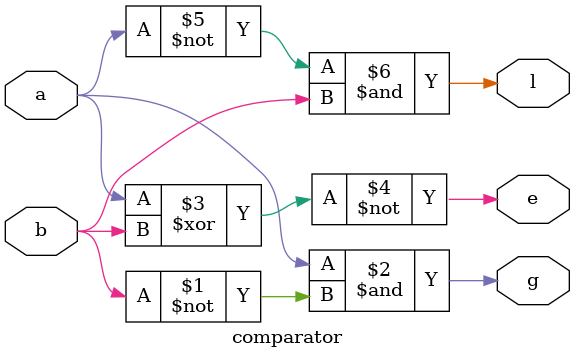
<source format=v>
`timescale 1ns / 1ps
module comparator(g,e,l,a,b);
    output g;
    output e;
    output l;
    input a;
    input b;
	 assign g = a & ~b;
    assign e = ~(a^b);
	 assign l = ~a & b;


endmodule

</source>
